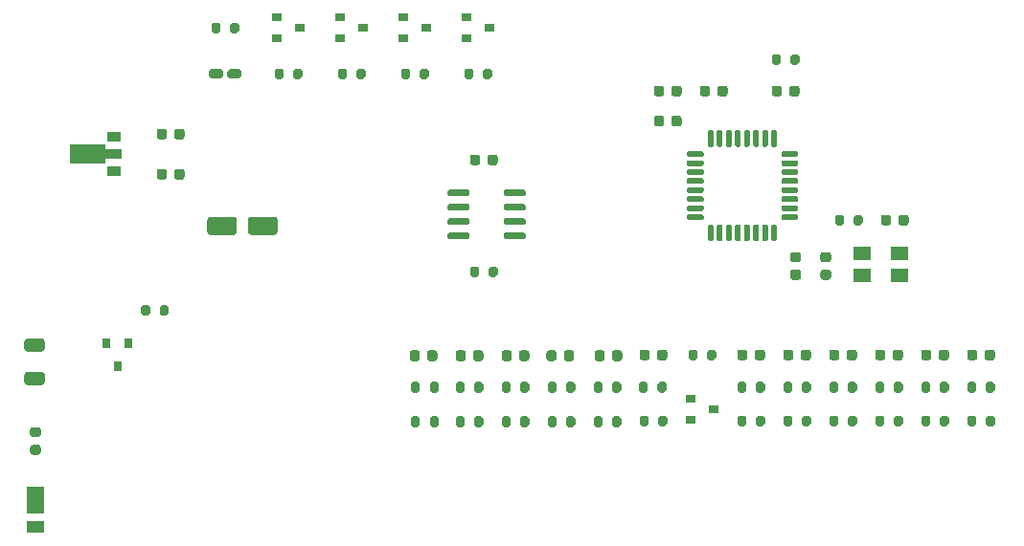
<source format=gbr>
%TF.GenerationSoftware,KiCad,Pcbnew,(5.1.8)-1*%
%TF.CreationDate,2021-02-10T22:47:22+08:00*%
%TF.ProjectId,mpg,6d70672e-6b69-4636-9164-5f7063625858,rev?*%
%TF.SameCoordinates,Original*%
%TF.FileFunction,Paste,Top*%
%TF.FilePolarity,Positive*%
%FSLAX46Y46*%
G04 Gerber Fmt 4.6, Leading zero omitted, Abs format (unit mm)*
G04 Created by KiCad (PCBNEW (5.1.8)-1) date 2021-02-10 22:47:22*
%MOMM*%
%LPD*%
G01*
G04 APERTURE LIST*
%ADD10R,1.600000X1.300000*%
%ADD11R,0.800000X0.900000*%
%ADD12C,0.100000*%
%ADD13R,1.300000X0.900000*%
%ADD14R,0.900000X0.800000*%
%ADD15R,1.500000X1.050000*%
%ADD16R,1.500000X2.400000*%
G04 APERTURE END LIST*
%TO.C,U2*%
G36*
G01*
X158256000Y-78310000D02*
X158256000Y-79560000D01*
G75*
G02*
X158131000Y-79685000I-125000J0D01*
G01*
X157881000Y-79685000D01*
G75*
G02*
X157756000Y-79560000I0J125000D01*
G01*
X157756000Y-78310000D01*
G75*
G02*
X157881000Y-78185000I125000J0D01*
G01*
X158131000Y-78185000D01*
G75*
G02*
X158256000Y-78310000I0J-125000D01*
G01*
G37*
G36*
G01*
X157456000Y-78310000D02*
X157456000Y-79560000D01*
G75*
G02*
X157331000Y-79685000I-125000J0D01*
G01*
X157081000Y-79685000D01*
G75*
G02*
X156956000Y-79560000I0J125000D01*
G01*
X156956000Y-78310000D01*
G75*
G02*
X157081000Y-78185000I125000J0D01*
G01*
X157331000Y-78185000D01*
G75*
G02*
X157456000Y-78310000I0J-125000D01*
G01*
G37*
G36*
G01*
X156656000Y-78310000D02*
X156656000Y-79560000D01*
G75*
G02*
X156531000Y-79685000I-125000J0D01*
G01*
X156281000Y-79685000D01*
G75*
G02*
X156156000Y-79560000I0J125000D01*
G01*
X156156000Y-78310000D01*
G75*
G02*
X156281000Y-78185000I125000J0D01*
G01*
X156531000Y-78185000D01*
G75*
G02*
X156656000Y-78310000I0J-125000D01*
G01*
G37*
G36*
G01*
X155856000Y-78310000D02*
X155856000Y-79560000D01*
G75*
G02*
X155731000Y-79685000I-125000J0D01*
G01*
X155481000Y-79685000D01*
G75*
G02*
X155356000Y-79560000I0J125000D01*
G01*
X155356000Y-78310000D01*
G75*
G02*
X155481000Y-78185000I125000J0D01*
G01*
X155731000Y-78185000D01*
G75*
G02*
X155856000Y-78310000I0J-125000D01*
G01*
G37*
G36*
G01*
X155056000Y-78310000D02*
X155056000Y-79560000D01*
G75*
G02*
X154931000Y-79685000I-125000J0D01*
G01*
X154681000Y-79685000D01*
G75*
G02*
X154556000Y-79560000I0J125000D01*
G01*
X154556000Y-78310000D01*
G75*
G02*
X154681000Y-78185000I125000J0D01*
G01*
X154931000Y-78185000D01*
G75*
G02*
X155056000Y-78310000I0J-125000D01*
G01*
G37*
G36*
G01*
X154256000Y-78310000D02*
X154256000Y-79560000D01*
G75*
G02*
X154131000Y-79685000I-125000J0D01*
G01*
X153881000Y-79685000D01*
G75*
G02*
X153756000Y-79560000I0J125000D01*
G01*
X153756000Y-78310000D01*
G75*
G02*
X153881000Y-78185000I125000J0D01*
G01*
X154131000Y-78185000D01*
G75*
G02*
X154256000Y-78310000I0J-125000D01*
G01*
G37*
G36*
G01*
X153456000Y-78310000D02*
X153456000Y-79560000D01*
G75*
G02*
X153331000Y-79685000I-125000J0D01*
G01*
X153081000Y-79685000D01*
G75*
G02*
X152956000Y-79560000I0J125000D01*
G01*
X152956000Y-78310000D01*
G75*
G02*
X153081000Y-78185000I125000J0D01*
G01*
X153331000Y-78185000D01*
G75*
G02*
X153456000Y-78310000I0J-125000D01*
G01*
G37*
G36*
G01*
X152656000Y-78310000D02*
X152656000Y-79560000D01*
G75*
G02*
X152531000Y-79685000I-125000J0D01*
G01*
X152281000Y-79685000D01*
G75*
G02*
X152156000Y-79560000I0J125000D01*
G01*
X152156000Y-78310000D01*
G75*
G02*
X152281000Y-78185000I125000J0D01*
G01*
X152531000Y-78185000D01*
G75*
G02*
X152656000Y-78310000I0J-125000D01*
G01*
G37*
G36*
G01*
X151781000Y-77435000D02*
X151781000Y-77685000D01*
G75*
G02*
X151656000Y-77810000I-125000J0D01*
G01*
X150406000Y-77810000D01*
G75*
G02*
X150281000Y-77685000I0J125000D01*
G01*
X150281000Y-77435000D01*
G75*
G02*
X150406000Y-77310000I125000J0D01*
G01*
X151656000Y-77310000D01*
G75*
G02*
X151781000Y-77435000I0J-125000D01*
G01*
G37*
G36*
G01*
X151781000Y-76635000D02*
X151781000Y-76885000D01*
G75*
G02*
X151656000Y-77010000I-125000J0D01*
G01*
X150406000Y-77010000D01*
G75*
G02*
X150281000Y-76885000I0J125000D01*
G01*
X150281000Y-76635000D01*
G75*
G02*
X150406000Y-76510000I125000J0D01*
G01*
X151656000Y-76510000D01*
G75*
G02*
X151781000Y-76635000I0J-125000D01*
G01*
G37*
G36*
G01*
X151781000Y-75835000D02*
X151781000Y-76085000D01*
G75*
G02*
X151656000Y-76210000I-125000J0D01*
G01*
X150406000Y-76210000D01*
G75*
G02*
X150281000Y-76085000I0J125000D01*
G01*
X150281000Y-75835000D01*
G75*
G02*
X150406000Y-75710000I125000J0D01*
G01*
X151656000Y-75710000D01*
G75*
G02*
X151781000Y-75835000I0J-125000D01*
G01*
G37*
G36*
G01*
X151781000Y-75035000D02*
X151781000Y-75285000D01*
G75*
G02*
X151656000Y-75410000I-125000J0D01*
G01*
X150406000Y-75410000D01*
G75*
G02*
X150281000Y-75285000I0J125000D01*
G01*
X150281000Y-75035000D01*
G75*
G02*
X150406000Y-74910000I125000J0D01*
G01*
X151656000Y-74910000D01*
G75*
G02*
X151781000Y-75035000I0J-125000D01*
G01*
G37*
G36*
G01*
X151781000Y-74235000D02*
X151781000Y-74485000D01*
G75*
G02*
X151656000Y-74610000I-125000J0D01*
G01*
X150406000Y-74610000D01*
G75*
G02*
X150281000Y-74485000I0J125000D01*
G01*
X150281000Y-74235000D01*
G75*
G02*
X150406000Y-74110000I125000J0D01*
G01*
X151656000Y-74110000D01*
G75*
G02*
X151781000Y-74235000I0J-125000D01*
G01*
G37*
G36*
G01*
X151781000Y-73435000D02*
X151781000Y-73685000D01*
G75*
G02*
X151656000Y-73810000I-125000J0D01*
G01*
X150406000Y-73810000D01*
G75*
G02*
X150281000Y-73685000I0J125000D01*
G01*
X150281000Y-73435000D01*
G75*
G02*
X150406000Y-73310000I125000J0D01*
G01*
X151656000Y-73310000D01*
G75*
G02*
X151781000Y-73435000I0J-125000D01*
G01*
G37*
G36*
G01*
X151781000Y-72635000D02*
X151781000Y-72885000D01*
G75*
G02*
X151656000Y-73010000I-125000J0D01*
G01*
X150406000Y-73010000D01*
G75*
G02*
X150281000Y-72885000I0J125000D01*
G01*
X150281000Y-72635000D01*
G75*
G02*
X150406000Y-72510000I125000J0D01*
G01*
X151656000Y-72510000D01*
G75*
G02*
X151781000Y-72635000I0J-125000D01*
G01*
G37*
G36*
G01*
X151781000Y-71835000D02*
X151781000Y-72085000D01*
G75*
G02*
X151656000Y-72210000I-125000J0D01*
G01*
X150406000Y-72210000D01*
G75*
G02*
X150281000Y-72085000I0J125000D01*
G01*
X150281000Y-71835000D01*
G75*
G02*
X150406000Y-71710000I125000J0D01*
G01*
X151656000Y-71710000D01*
G75*
G02*
X151781000Y-71835000I0J-125000D01*
G01*
G37*
G36*
G01*
X152656000Y-69960000D02*
X152656000Y-71210000D01*
G75*
G02*
X152531000Y-71335000I-125000J0D01*
G01*
X152281000Y-71335000D01*
G75*
G02*
X152156000Y-71210000I0J125000D01*
G01*
X152156000Y-69960000D01*
G75*
G02*
X152281000Y-69835000I125000J0D01*
G01*
X152531000Y-69835000D01*
G75*
G02*
X152656000Y-69960000I0J-125000D01*
G01*
G37*
G36*
G01*
X153456000Y-69960000D02*
X153456000Y-71210000D01*
G75*
G02*
X153331000Y-71335000I-125000J0D01*
G01*
X153081000Y-71335000D01*
G75*
G02*
X152956000Y-71210000I0J125000D01*
G01*
X152956000Y-69960000D01*
G75*
G02*
X153081000Y-69835000I125000J0D01*
G01*
X153331000Y-69835000D01*
G75*
G02*
X153456000Y-69960000I0J-125000D01*
G01*
G37*
G36*
G01*
X154256000Y-69960000D02*
X154256000Y-71210000D01*
G75*
G02*
X154131000Y-71335000I-125000J0D01*
G01*
X153881000Y-71335000D01*
G75*
G02*
X153756000Y-71210000I0J125000D01*
G01*
X153756000Y-69960000D01*
G75*
G02*
X153881000Y-69835000I125000J0D01*
G01*
X154131000Y-69835000D01*
G75*
G02*
X154256000Y-69960000I0J-125000D01*
G01*
G37*
G36*
G01*
X155056000Y-69960000D02*
X155056000Y-71210000D01*
G75*
G02*
X154931000Y-71335000I-125000J0D01*
G01*
X154681000Y-71335000D01*
G75*
G02*
X154556000Y-71210000I0J125000D01*
G01*
X154556000Y-69960000D01*
G75*
G02*
X154681000Y-69835000I125000J0D01*
G01*
X154931000Y-69835000D01*
G75*
G02*
X155056000Y-69960000I0J-125000D01*
G01*
G37*
G36*
G01*
X155856000Y-69960000D02*
X155856000Y-71210000D01*
G75*
G02*
X155731000Y-71335000I-125000J0D01*
G01*
X155481000Y-71335000D01*
G75*
G02*
X155356000Y-71210000I0J125000D01*
G01*
X155356000Y-69960000D01*
G75*
G02*
X155481000Y-69835000I125000J0D01*
G01*
X155731000Y-69835000D01*
G75*
G02*
X155856000Y-69960000I0J-125000D01*
G01*
G37*
G36*
G01*
X156656000Y-69960000D02*
X156656000Y-71210000D01*
G75*
G02*
X156531000Y-71335000I-125000J0D01*
G01*
X156281000Y-71335000D01*
G75*
G02*
X156156000Y-71210000I0J125000D01*
G01*
X156156000Y-69960000D01*
G75*
G02*
X156281000Y-69835000I125000J0D01*
G01*
X156531000Y-69835000D01*
G75*
G02*
X156656000Y-69960000I0J-125000D01*
G01*
G37*
G36*
G01*
X157456000Y-69960000D02*
X157456000Y-71210000D01*
G75*
G02*
X157331000Y-71335000I-125000J0D01*
G01*
X157081000Y-71335000D01*
G75*
G02*
X156956000Y-71210000I0J125000D01*
G01*
X156956000Y-69960000D01*
G75*
G02*
X157081000Y-69835000I125000J0D01*
G01*
X157331000Y-69835000D01*
G75*
G02*
X157456000Y-69960000I0J-125000D01*
G01*
G37*
G36*
G01*
X158256000Y-69960000D02*
X158256000Y-71210000D01*
G75*
G02*
X158131000Y-71335000I-125000J0D01*
G01*
X157881000Y-71335000D01*
G75*
G02*
X157756000Y-71210000I0J125000D01*
G01*
X157756000Y-69960000D01*
G75*
G02*
X157881000Y-69835000I125000J0D01*
G01*
X158131000Y-69835000D01*
G75*
G02*
X158256000Y-69960000I0J-125000D01*
G01*
G37*
G36*
G01*
X160131000Y-71835000D02*
X160131000Y-72085000D01*
G75*
G02*
X160006000Y-72210000I-125000J0D01*
G01*
X158756000Y-72210000D01*
G75*
G02*
X158631000Y-72085000I0J125000D01*
G01*
X158631000Y-71835000D01*
G75*
G02*
X158756000Y-71710000I125000J0D01*
G01*
X160006000Y-71710000D01*
G75*
G02*
X160131000Y-71835000I0J-125000D01*
G01*
G37*
G36*
G01*
X160131000Y-72635000D02*
X160131000Y-72885000D01*
G75*
G02*
X160006000Y-73010000I-125000J0D01*
G01*
X158756000Y-73010000D01*
G75*
G02*
X158631000Y-72885000I0J125000D01*
G01*
X158631000Y-72635000D01*
G75*
G02*
X158756000Y-72510000I125000J0D01*
G01*
X160006000Y-72510000D01*
G75*
G02*
X160131000Y-72635000I0J-125000D01*
G01*
G37*
G36*
G01*
X160131000Y-73435000D02*
X160131000Y-73685000D01*
G75*
G02*
X160006000Y-73810000I-125000J0D01*
G01*
X158756000Y-73810000D01*
G75*
G02*
X158631000Y-73685000I0J125000D01*
G01*
X158631000Y-73435000D01*
G75*
G02*
X158756000Y-73310000I125000J0D01*
G01*
X160006000Y-73310000D01*
G75*
G02*
X160131000Y-73435000I0J-125000D01*
G01*
G37*
G36*
G01*
X160131000Y-74235000D02*
X160131000Y-74485000D01*
G75*
G02*
X160006000Y-74610000I-125000J0D01*
G01*
X158756000Y-74610000D01*
G75*
G02*
X158631000Y-74485000I0J125000D01*
G01*
X158631000Y-74235000D01*
G75*
G02*
X158756000Y-74110000I125000J0D01*
G01*
X160006000Y-74110000D01*
G75*
G02*
X160131000Y-74235000I0J-125000D01*
G01*
G37*
G36*
G01*
X160131000Y-75035000D02*
X160131000Y-75285000D01*
G75*
G02*
X160006000Y-75410000I-125000J0D01*
G01*
X158756000Y-75410000D01*
G75*
G02*
X158631000Y-75285000I0J125000D01*
G01*
X158631000Y-75035000D01*
G75*
G02*
X158756000Y-74910000I125000J0D01*
G01*
X160006000Y-74910000D01*
G75*
G02*
X160131000Y-75035000I0J-125000D01*
G01*
G37*
G36*
G01*
X160131000Y-75835000D02*
X160131000Y-76085000D01*
G75*
G02*
X160006000Y-76210000I-125000J0D01*
G01*
X158756000Y-76210000D01*
G75*
G02*
X158631000Y-76085000I0J125000D01*
G01*
X158631000Y-75835000D01*
G75*
G02*
X158756000Y-75710000I125000J0D01*
G01*
X160006000Y-75710000D01*
G75*
G02*
X160131000Y-75835000I0J-125000D01*
G01*
G37*
G36*
G01*
X160131000Y-76635000D02*
X160131000Y-76885000D01*
G75*
G02*
X160006000Y-77010000I-125000J0D01*
G01*
X158756000Y-77010000D01*
G75*
G02*
X158631000Y-76885000I0J125000D01*
G01*
X158631000Y-76635000D01*
G75*
G02*
X158756000Y-76510000I125000J0D01*
G01*
X160006000Y-76510000D01*
G75*
G02*
X160131000Y-76635000I0J-125000D01*
G01*
G37*
G36*
G01*
X160131000Y-77435000D02*
X160131000Y-77685000D01*
G75*
G02*
X160006000Y-77810000I-125000J0D01*
G01*
X158756000Y-77810000D01*
G75*
G02*
X158631000Y-77685000I0J125000D01*
G01*
X158631000Y-77435000D01*
G75*
G02*
X158756000Y-77310000I125000J0D01*
G01*
X160006000Y-77310000D01*
G75*
G02*
X160131000Y-77435000I0J-125000D01*
G01*
G37*
%TD*%
%TO.C,C10*%
G36*
G01*
X111510000Y-78866000D02*
X111510000Y-77766000D01*
G75*
G02*
X111760000Y-77516000I250000J0D01*
G01*
X113860000Y-77516000D01*
G75*
G02*
X114110000Y-77766000I0J-250000D01*
G01*
X114110000Y-78866000D01*
G75*
G02*
X113860000Y-79116000I-250000J0D01*
G01*
X111760000Y-79116000D01*
G75*
G02*
X111510000Y-78866000I0J250000D01*
G01*
G37*
G36*
G01*
X107910000Y-78866000D02*
X107910000Y-77766000D01*
G75*
G02*
X108160000Y-77516000I250000J0D01*
G01*
X110260000Y-77516000D01*
G75*
G02*
X110510000Y-77766000I0J-250000D01*
G01*
X110510000Y-78866000D01*
G75*
G02*
X110260000Y-79116000I-250000J0D01*
G01*
X108160000Y-79116000D01*
G75*
G02*
X107910000Y-78866000I0J250000D01*
G01*
G37*
%TD*%
%TO.C,C8*%
G36*
G01*
X104985000Y-70438000D02*
X104985000Y-69938000D01*
G75*
G02*
X105210000Y-69713000I225000J0D01*
G01*
X105660000Y-69713000D01*
G75*
G02*
X105885000Y-69938000I0J-225000D01*
G01*
X105885000Y-70438000D01*
G75*
G02*
X105660000Y-70663000I-225000J0D01*
G01*
X105210000Y-70663000D01*
G75*
G02*
X104985000Y-70438000I0J225000D01*
G01*
G37*
G36*
G01*
X103435000Y-70438000D02*
X103435000Y-69938000D01*
G75*
G02*
X103660000Y-69713000I225000J0D01*
G01*
X104110000Y-69713000D01*
G75*
G02*
X104335000Y-69938000I0J-225000D01*
G01*
X104335000Y-70438000D01*
G75*
G02*
X104110000Y-70663000I-225000J0D01*
G01*
X103660000Y-70663000D01*
G75*
G02*
X103435000Y-70438000I0J225000D01*
G01*
G37*
%TD*%
%TO.C,C6*%
G36*
G01*
X93290001Y-89454000D02*
X91989999Y-89454000D01*
G75*
G02*
X91740000Y-89204001I0J249999D01*
G01*
X91740000Y-88553999D01*
G75*
G02*
X91989999Y-88304000I249999J0D01*
G01*
X93290001Y-88304000D01*
G75*
G02*
X93540000Y-88553999I0J-249999D01*
G01*
X93540000Y-89204001D01*
G75*
G02*
X93290001Y-89454000I-249999J0D01*
G01*
G37*
G36*
G01*
X93290001Y-92404000D02*
X91989999Y-92404000D01*
G75*
G02*
X91740000Y-92154001I0J249999D01*
G01*
X91740000Y-91503999D01*
G75*
G02*
X91989999Y-91254000I249999J0D01*
G01*
X93290001Y-91254000D01*
G75*
G02*
X93540000Y-91503999I0J-249999D01*
G01*
X93540000Y-92154001D01*
G75*
G02*
X93290001Y-92404000I-249999J0D01*
G01*
G37*
%TD*%
%TO.C,C5*%
G36*
G01*
X104985000Y-73994000D02*
X104985000Y-73494000D01*
G75*
G02*
X105210000Y-73269000I225000J0D01*
G01*
X105660000Y-73269000D01*
G75*
G02*
X105885000Y-73494000I0J-225000D01*
G01*
X105885000Y-73994000D01*
G75*
G02*
X105660000Y-74219000I-225000J0D01*
G01*
X105210000Y-74219000D01*
G75*
G02*
X104985000Y-73994000I0J225000D01*
G01*
G37*
G36*
G01*
X103435000Y-73994000D02*
X103435000Y-73494000D01*
G75*
G02*
X103660000Y-73269000I225000J0D01*
G01*
X104110000Y-73269000D01*
G75*
G02*
X104335000Y-73494000I0J-225000D01*
G01*
X104335000Y-73994000D01*
G75*
G02*
X104110000Y-74219000I-225000J0D01*
G01*
X103660000Y-74219000D01*
G75*
G02*
X103435000Y-73994000I0J225000D01*
G01*
G37*
%TD*%
D10*
%TO.C,Y1*%
X165748000Y-80737200D03*
X169048000Y-80737200D03*
X169048000Y-82737200D03*
X165748000Y-82737200D03*
%TD*%
D11*
%TO.C,U4*%
X99961000Y-90746000D03*
X99011000Y-88746000D03*
X100911000Y-88746000D03*
%TD*%
%TO.C,R34*%
G36*
G01*
X131413000Y-64579000D02*
X131413000Y-65129000D01*
G75*
G02*
X131213000Y-65329000I-200000J0D01*
G01*
X130813000Y-65329000D01*
G75*
G02*
X130613000Y-65129000I0J200000D01*
G01*
X130613000Y-64579000D01*
G75*
G02*
X130813000Y-64379000I200000J0D01*
G01*
X131213000Y-64379000D01*
G75*
G02*
X131413000Y-64579000I0J-200000D01*
G01*
G37*
G36*
G01*
X133063000Y-64579000D02*
X133063000Y-65129000D01*
G75*
G02*
X132863000Y-65329000I-200000J0D01*
G01*
X132463000Y-65329000D01*
G75*
G02*
X132263000Y-65129000I0J200000D01*
G01*
X132263000Y-64579000D01*
G75*
G02*
X132463000Y-64379000I200000J0D01*
G01*
X132863000Y-64379000D01*
G75*
G02*
X133063000Y-64579000I0J-200000D01*
G01*
G37*
%TD*%
%TO.C,R33*%
G36*
G01*
X165029000Y-78083000D02*
X165029000Y-77533000D01*
G75*
G02*
X165229000Y-77333000I200000J0D01*
G01*
X165629000Y-77333000D01*
G75*
G02*
X165829000Y-77533000I0J-200000D01*
G01*
X165829000Y-78083000D01*
G75*
G02*
X165629000Y-78283000I-200000J0D01*
G01*
X165229000Y-78283000D01*
G75*
G02*
X165029000Y-78083000I0J200000D01*
G01*
G37*
G36*
G01*
X163379000Y-78083000D02*
X163379000Y-77533000D01*
G75*
G02*
X163579000Y-77333000I200000J0D01*
G01*
X163979000Y-77333000D01*
G75*
G02*
X164179000Y-77533000I0J-200000D01*
G01*
X164179000Y-78083000D01*
G75*
G02*
X163979000Y-78283000I-200000J0D01*
G01*
X163579000Y-78283000D01*
G75*
G02*
X163379000Y-78083000I0J200000D01*
G01*
G37*
%TD*%
%TO.C,R32*%
G36*
G01*
X176720020Y-92878200D02*
X176720020Y-92328200D01*
G75*
G02*
X176920020Y-92128200I200000J0D01*
G01*
X177320020Y-92128200D01*
G75*
G02*
X177520020Y-92328200I0J-200000D01*
G01*
X177520020Y-92878200D01*
G75*
G02*
X177320020Y-93078200I-200000J0D01*
G01*
X176920020Y-93078200D01*
G75*
G02*
X176720020Y-92878200I0J200000D01*
G01*
G37*
G36*
G01*
X175070020Y-92878200D02*
X175070020Y-92328200D01*
G75*
G02*
X175270020Y-92128200I200000J0D01*
G01*
X175670020Y-92128200D01*
G75*
G02*
X175870020Y-92328200I0J-200000D01*
G01*
X175870020Y-92878200D01*
G75*
G02*
X175670020Y-93078200I-200000J0D01*
G01*
X175270020Y-93078200D01*
G75*
G02*
X175070020Y-92878200I0J200000D01*
G01*
G37*
%TD*%
%TO.C,R31*%
G36*
G01*
X175870020Y-95313000D02*
X175870020Y-95863000D01*
G75*
G02*
X175670020Y-96063000I-200000J0D01*
G01*
X175270020Y-96063000D01*
G75*
G02*
X175070020Y-95863000I0J200000D01*
G01*
X175070020Y-95313000D01*
G75*
G02*
X175270020Y-95113000I200000J0D01*
G01*
X175670020Y-95113000D01*
G75*
G02*
X175870020Y-95313000I0J-200000D01*
G01*
G37*
G36*
G01*
X177520020Y-95313000D02*
X177520020Y-95863000D01*
G75*
G02*
X177320020Y-96063000I-200000J0D01*
G01*
X176920020Y-96063000D01*
G75*
G02*
X176720020Y-95863000I0J200000D01*
G01*
X176720020Y-95313000D01*
G75*
G02*
X176920020Y-95113000I200000J0D01*
G01*
X177320020Y-95113000D01*
G75*
G02*
X177520020Y-95313000I0J-200000D01*
G01*
G37*
%TD*%
%TO.C,R30*%
G36*
G01*
X171799000Y-92328200D02*
X171799000Y-92878200D01*
G75*
G02*
X171599000Y-93078200I-200000J0D01*
G01*
X171199000Y-93078200D01*
G75*
G02*
X170999000Y-92878200I0J200000D01*
G01*
X170999000Y-92328200D01*
G75*
G02*
X171199000Y-92128200I200000J0D01*
G01*
X171599000Y-92128200D01*
G75*
G02*
X171799000Y-92328200I0J-200000D01*
G01*
G37*
G36*
G01*
X173449000Y-92328200D02*
X173449000Y-92878200D01*
G75*
G02*
X173249000Y-93078200I-200000J0D01*
G01*
X172849000Y-93078200D01*
G75*
G02*
X172649000Y-92878200I0J200000D01*
G01*
X172649000Y-92328200D01*
G75*
G02*
X172849000Y-92128200I200000J0D01*
G01*
X173249000Y-92128200D01*
G75*
G02*
X173449000Y-92328200I0J-200000D01*
G01*
G37*
%TD*%
%TO.C,R29*%
G36*
G01*
X172649000Y-95863000D02*
X172649000Y-95313000D01*
G75*
G02*
X172849000Y-95113000I200000J0D01*
G01*
X173249000Y-95113000D01*
G75*
G02*
X173449000Y-95313000I0J-200000D01*
G01*
X173449000Y-95863000D01*
G75*
G02*
X173249000Y-96063000I-200000J0D01*
G01*
X172849000Y-96063000D01*
G75*
G02*
X172649000Y-95863000I0J200000D01*
G01*
G37*
G36*
G01*
X170999000Y-95863000D02*
X170999000Y-95313000D01*
G75*
G02*
X171199000Y-95113000I200000J0D01*
G01*
X171599000Y-95113000D01*
G75*
G02*
X171799000Y-95313000I0J-200000D01*
G01*
X171799000Y-95863000D01*
G75*
G02*
X171599000Y-96063000I-200000J0D01*
G01*
X171199000Y-96063000D01*
G75*
G02*
X170999000Y-95863000I0J200000D01*
G01*
G37*
%TD*%
%TO.C,R28*%
G36*
G01*
X168585000Y-92878200D02*
X168585000Y-92328200D01*
G75*
G02*
X168785000Y-92128200I200000J0D01*
G01*
X169185000Y-92128200D01*
G75*
G02*
X169385000Y-92328200I0J-200000D01*
G01*
X169385000Y-92878200D01*
G75*
G02*
X169185000Y-93078200I-200000J0D01*
G01*
X168785000Y-93078200D01*
G75*
G02*
X168585000Y-92878200I0J200000D01*
G01*
G37*
G36*
G01*
X166935000Y-92878200D02*
X166935000Y-92328200D01*
G75*
G02*
X167135000Y-92128200I200000J0D01*
G01*
X167535000Y-92128200D01*
G75*
G02*
X167735000Y-92328200I0J-200000D01*
G01*
X167735000Y-92878200D01*
G75*
G02*
X167535000Y-93078200I-200000J0D01*
G01*
X167135000Y-93078200D01*
G75*
G02*
X166935000Y-92878200I0J200000D01*
G01*
G37*
%TD*%
%TO.C,R27*%
G36*
G01*
X167735000Y-95313000D02*
X167735000Y-95863000D01*
G75*
G02*
X167535000Y-96063000I-200000J0D01*
G01*
X167135000Y-96063000D01*
G75*
G02*
X166935000Y-95863000I0J200000D01*
G01*
X166935000Y-95313000D01*
G75*
G02*
X167135000Y-95113000I200000J0D01*
G01*
X167535000Y-95113000D01*
G75*
G02*
X167735000Y-95313000I0J-200000D01*
G01*
G37*
G36*
G01*
X169385000Y-95313000D02*
X169385000Y-95863000D01*
G75*
G02*
X169185000Y-96063000I-200000J0D01*
G01*
X168785000Y-96063000D01*
G75*
G02*
X168585000Y-95863000I0J200000D01*
G01*
X168585000Y-95313000D01*
G75*
G02*
X168785000Y-95113000I200000J0D01*
G01*
X169185000Y-95113000D01*
G75*
G02*
X169385000Y-95313000I0J-200000D01*
G01*
G37*
%TD*%
%TO.C,R26*%
G36*
G01*
X163671000Y-92328200D02*
X163671000Y-92878200D01*
G75*
G02*
X163471000Y-93078200I-200000J0D01*
G01*
X163071000Y-93078200D01*
G75*
G02*
X162871000Y-92878200I0J200000D01*
G01*
X162871000Y-92328200D01*
G75*
G02*
X163071000Y-92128200I200000J0D01*
G01*
X163471000Y-92128200D01*
G75*
G02*
X163671000Y-92328200I0J-200000D01*
G01*
G37*
G36*
G01*
X165321000Y-92328200D02*
X165321000Y-92878200D01*
G75*
G02*
X165121000Y-93078200I-200000J0D01*
G01*
X164721000Y-93078200D01*
G75*
G02*
X164521000Y-92878200I0J200000D01*
G01*
X164521000Y-92328200D01*
G75*
G02*
X164721000Y-92128200I200000J0D01*
G01*
X165121000Y-92128200D01*
G75*
G02*
X165321000Y-92328200I0J-200000D01*
G01*
G37*
%TD*%
%TO.C,R25*%
G36*
G01*
X164521000Y-95863000D02*
X164521000Y-95313000D01*
G75*
G02*
X164721000Y-95113000I200000J0D01*
G01*
X165121000Y-95113000D01*
G75*
G02*
X165321000Y-95313000I0J-200000D01*
G01*
X165321000Y-95863000D01*
G75*
G02*
X165121000Y-96063000I-200000J0D01*
G01*
X164721000Y-96063000D01*
G75*
G02*
X164521000Y-95863000I0J200000D01*
G01*
G37*
G36*
G01*
X162871000Y-95863000D02*
X162871000Y-95313000D01*
G75*
G02*
X163071000Y-95113000I200000J0D01*
G01*
X163471000Y-95113000D01*
G75*
G02*
X163671000Y-95313000I0J-200000D01*
G01*
X163671000Y-95863000D01*
G75*
G02*
X163471000Y-96063000I-200000J0D01*
G01*
X163071000Y-96063000D01*
G75*
G02*
X162871000Y-95863000I0J200000D01*
G01*
G37*
%TD*%
%TO.C,R24*%
G36*
G01*
X160457000Y-92878200D02*
X160457000Y-92328200D01*
G75*
G02*
X160657000Y-92128200I200000J0D01*
G01*
X161057000Y-92128200D01*
G75*
G02*
X161257000Y-92328200I0J-200000D01*
G01*
X161257000Y-92878200D01*
G75*
G02*
X161057000Y-93078200I-200000J0D01*
G01*
X160657000Y-93078200D01*
G75*
G02*
X160457000Y-92878200I0J200000D01*
G01*
G37*
G36*
G01*
X158807000Y-92878200D02*
X158807000Y-92328200D01*
G75*
G02*
X159007000Y-92128200I200000J0D01*
G01*
X159407000Y-92128200D01*
G75*
G02*
X159607000Y-92328200I0J-200000D01*
G01*
X159607000Y-92878200D01*
G75*
G02*
X159407000Y-93078200I-200000J0D01*
G01*
X159007000Y-93078200D01*
G75*
G02*
X158807000Y-92878200I0J200000D01*
G01*
G37*
%TD*%
%TO.C,R23*%
G36*
G01*
X159607000Y-95313000D02*
X159607000Y-95863000D01*
G75*
G02*
X159407000Y-96063000I-200000J0D01*
G01*
X159007000Y-96063000D01*
G75*
G02*
X158807000Y-95863000I0J200000D01*
G01*
X158807000Y-95313000D01*
G75*
G02*
X159007000Y-95113000I200000J0D01*
G01*
X159407000Y-95113000D01*
G75*
G02*
X159607000Y-95313000I0J-200000D01*
G01*
G37*
G36*
G01*
X161257000Y-95313000D02*
X161257000Y-95863000D01*
G75*
G02*
X161057000Y-96063000I-200000J0D01*
G01*
X160657000Y-96063000D01*
G75*
G02*
X160457000Y-95863000I0J200000D01*
G01*
X160457000Y-95313000D01*
G75*
G02*
X160657000Y-95113000I200000J0D01*
G01*
X161057000Y-95113000D01*
G75*
G02*
X161257000Y-95313000I0J-200000D01*
G01*
G37*
%TD*%
%TO.C,C24*%
G36*
G01*
X168993000Y-78058000D02*
X168993000Y-77558000D01*
G75*
G02*
X169218000Y-77333000I225000J0D01*
G01*
X169668000Y-77333000D01*
G75*
G02*
X169893000Y-77558000I0J-225000D01*
G01*
X169893000Y-78058000D01*
G75*
G02*
X169668000Y-78283000I-225000J0D01*
G01*
X169218000Y-78283000D01*
G75*
G02*
X168993000Y-78058000I0J225000D01*
G01*
G37*
G36*
G01*
X167443000Y-78058000D02*
X167443000Y-77558000D01*
G75*
G02*
X167668000Y-77333000I225000J0D01*
G01*
X168118000Y-77333000D01*
G75*
G02*
X168343000Y-77558000I0J-225000D01*
G01*
X168343000Y-78058000D01*
G75*
G02*
X168118000Y-78283000I-225000J0D01*
G01*
X167668000Y-78283000D01*
G75*
G02*
X167443000Y-78058000I0J225000D01*
G01*
G37*
%TD*%
%TO.C,C23*%
G36*
G01*
X162322000Y-82197000D02*
X162822000Y-82197000D01*
G75*
G02*
X163047000Y-82422000I0J-225000D01*
G01*
X163047000Y-82872000D01*
G75*
G02*
X162822000Y-83097000I-225000J0D01*
G01*
X162322000Y-83097000D01*
G75*
G02*
X162097000Y-82872000I0J225000D01*
G01*
X162097000Y-82422000D01*
G75*
G02*
X162322000Y-82197000I225000J0D01*
G01*
G37*
G36*
G01*
X162322000Y-80647000D02*
X162822000Y-80647000D01*
G75*
G02*
X163047000Y-80872000I0J-225000D01*
G01*
X163047000Y-81322000D01*
G75*
G02*
X162822000Y-81547000I-225000J0D01*
G01*
X162322000Y-81547000D01*
G75*
G02*
X162097000Y-81322000I0J225000D01*
G01*
X162097000Y-80872000D01*
G75*
G02*
X162322000Y-80647000I225000J0D01*
G01*
G37*
%TD*%
%TO.C,C22*%
G36*
G01*
X175963000Y-89496000D02*
X175963000Y-89996000D01*
G75*
G02*
X175738000Y-90221000I-225000J0D01*
G01*
X175288000Y-90221000D01*
G75*
G02*
X175063000Y-89996000I0J225000D01*
G01*
X175063000Y-89496000D01*
G75*
G02*
X175288000Y-89271000I225000J0D01*
G01*
X175738000Y-89271000D01*
G75*
G02*
X175963000Y-89496000I0J-225000D01*
G01*
G37*
G36*
G01*
X177513000Y-89496000D02*
X177513000Y-89996000D01*
G75*
G02*
X177288000Y-90221000I-225000J0D01*
G01*
X176838000Y-90221000D01*
G75*
G02*
X176613000Y-89996000I0J225000D01*
G01*
X176613000Y-89496000D01*
G75*
G02*
X176838000Y-89271000I225000J0D01*
G01*
X177288000Y-89271000D01*
G75*
G02*
X177513000Y-89496000I0J-225000D01*
G01*
G37*
%TD*%
%TO.C,C21*%
G36*
G01*
X172549000Y-89996000D02*
X172549000Y-89496000D01*
G75*
G02*
X172774000Y-89271000I225000J0D01*
G01*
X173224000Y-89271000D01*
G75*
G02*
X173449000Y-89496000I0J-225000D01*
G01*
X173449000Y-89996000D01*
G75*
G02*
X173224000Y-90221000I-225000J0D01*
G01*
X172774000Y-90221000D01*
G75*
G02*
X172549000Y-89996000I0J225000D01*
G01*
G37*
G36*
G01*
X170999000Y-89996000D02*
X170999000Y-89496000D01*
G75*
G02*
X171224000Y-89271000I225000J0D01*
G01*
X171674000Y-89271000D01*
G75*
G02*
X171899000Y-89496000I0J-225000D01*
G01*
X171899000Y-89996000D01*
G75*
G02*
X171674000Y-90221000I-225000J0D01*
G01*
X171224000Y-90221000D01*
G75*
G02*
X170999000Y-89996000I0J225000D01*
G01*
G37*
%TD*%
%TO.C,C20*%
G36*
G01*
X167835000Y-89496000D02*
X167835000Y-89996000D01*
G75*
G02*
X167610000Y-90221000I-225000J0D01*
G01*
X167160000Y-90221000D01*
G75*
G02*
X166935000Y-89996000I0J225000D01*
G01*
X166935000Y-89496000D01*
G75*
G02*
X167160000Y-89271000I225000J0D01*
G01*
X167610000Y-89271000D01*
G75*
G02*
X167835000Y-89496000I0J-225000D01*
G01*
G37*
G36*
G01*
X169385000Y-89496000D02*
X169385000Y-89996000D01*
G75*
G02*
X169160000Y-90221000I-225000J0D01*
G01*
X168710000Y-90221000D01*
G75*
G02*
X168485000Y-89996000I0J225000D01*
G01*
X168485000Y-89496000D01*
G75*
G02*
X168710000Y-89271000I225000J0D01*
G01*
X169160000Y-89271000D01*
G75*
G02*
X169385000Y-89496000I0J-225000D01*
G01*
G37*
%TD*%
%TO.C,C19*%
G36*
G01*
X164421000Y-89996000D02*
X164421000Y-89496000D01*
G75*
G02*
X164646000Y-89271000I225000J0D01*
G01*
X165096000Y-89271000D01*
G75*
G02*
X165321000Y-89496000I0J-225000D01*
G01*
X165321000Y-89996000D01*
G75*
G02*
X165096000Y-90221000I-225000J0D01*
G01*
X164646000Y-90221000D01*
G75*
G02*
X164421000Y-89996000I0J225000D01*
G01*
G37*
G36*
G01*
X162871000Y-89996000D02*
X162871000Y-89496000D01*
G75*
G02*
X163096000Y-89271000I225000J0D01*
G01*
X163546000Y-89271000D01*
G75*
G02*
X163771000Y-89496000I0J-225000D01*
G01*
X163771000Y-89996000D01*
G75*
G02*
X163546000Y-90221000I-225000J0D01*
G01*
X163096000Y-90221000D01*
G75*
G02*
X162871000Y-89996000I0J225000D01*
G01*
G37*
%TD*%
%TO.C,C18*%
G36*
G01*
X159707000Y-89496000D02*
X159707000Y-89996000D01*
G75*
G02*
X159482000Y-90221000I-225000J0D01*
G01*
X159032000Y-90221000D01*
G75*
G02*
X158807000Y-89996000I0J225000D01*
G01*
X158807000Y-89496000D01*
G75*
G02*
X159032000Y-89271000I225000J0D01*
G01*
X159482000Y-89271000D01*
G75*
G02*
X159707000Y-89496000I0J-225000D01*
G01*
G37*
G36*
G01*
X161257000Y-89496000D02*
X161257000Y-89996000D01*
G75*
G02*
X161032000Y-90221000I-225000J0D01*
G01*
X160582000Y-90221000D01*
G75*
G02*
X160357000Y-89996000I0J225000D01*
G01*
X160357000Y-89496000D01*
G75*
G02*
X160582000Y-89271000I225000J0D01*
G01*
X161032000Y-89271000D01*
G75*
G02*
X161257000Y-89496000I0J-225000D01*
G01*
G37*
%TD*%
%TO.C,C17*%
G36*
G01*
X156293000Y-89996000D02*
X156293000Y-89496000D01*
G75*
G02*
X156518000Y-89271000I225000J0D01*
G01*
X156968000Y-89271000D01*
G75*
G02*
X157193000Y-89496000I0J-225000D01*
G01*
X157193000Y-89996000D01*
G75*
G02*
X156968000Y-90221000I-225000J0D01*
G01*
X156518000Y-90221000D01*
G75*
G02*
X156293000Y-89996000I0J225000D01*
G01*
G37*
G36*
G01*
X154743000Y-89996000D02*
X154743000Y-89496000D01*
G75*
G02*
X154968000Y-89271000I225000J0D01*
G01*
X155418000Y-89271000D01*
G75*
G02*
X155643000Y-89496000I0J-225000D01*
G01*
X155643000Y-89996000D01*
G75*
G02*
X155418000Y-90221000I-225000J0D01*
G01*
X154968000Y-90221000D01*
G75*
G02*
X154743000Y-89996000I0J225000D01*
G01*
G37*
%TD*%
%TO.C,C16*%
G36*
G01*
X127337000Y-90059200D02*
X127337000Y-89559200D01*
G75*
G02*
X127562000Y-89334200I225000J0D01*
G01*
X128012000Y-89334200D01*
G75*
G02*
X128237000Y-89559200I0J-225000D01*
G01*
X128237000Y-90059200D01*
G75*
G02*
X128012000Y-90284200I-225000J0D01*
G01*
X127562000Y-90284200D01*
G75*
G02*
X127337000Y-90059200I0J225000D01*
G01*
G37*
G36*
G01*
X125787000Y-90059200D02*
X125787000Y-89559200D01*
G75*
G02*
X126012000Y-89334200I225000J0D01*
G01*
X126462000Y-89334200D01*
G75*
G02*
X126687000Y-89559200I0J-225000D01*
G01*
X126687000Y-90059200D01*
G75*
G02*
X126462000Y-90284200I-225000J0D01*
G01*
X126012000Y-90284200D01*
G75*
G02*
X125787000Y-90059200I0J225000D01*
G01*
G37*
%TD*%
%TO.C,C15*%
G36*
G01*
X135465000Y-90059200D02*
X135465000Y-89559200D01*
G75*
G02*
X135690000Y-89334200I225000J0D01*
G01*
X136140000Y-89334200D01*
G75*
G02*
X136365000Y-89559200I0J-225000D01*
G01*
X136365000Y-90059200D01*
G75*
G02*
X136140000Y-90284200I-225000J0D01*
G01*
X135690000Y-90284200D01*
G75*
G02*
X135465000Y-90059200I0J225000D01*
G01*
G37*
G36*
G01*
X133915000Y-90059200D02*
X133915000Y-89559200D01*
G75*
G02*
X134140000Y-89334200I225000J0D01*
G01*
X134590000Y-89334200D01*
G75*
G02*
X134815000Y-89559200I0J-225000D01*
G01*
X134815000Y-90059200D01*
G75*
G02*
X134590000Y-90284200I-225000J0D01*
G01*
X134140000Y-90284200D01*
G75*
G02*
X133915000Y-90059200I0J225000D01*
G01*
G37*
%TD*%
%TO.C,C14*%
G36*
G01*
X130751000Y-89559200D02*
X130751000Y-90059200D01*
G75*
G02*
X130526000Y-90284200I-225000J0D01*
G01*
X130076000Y-90284200D01*
G75*
G02*
X129851000Y-90059200I0J225000D01*
G01*
X129851000Y-89559200D01*
G75*
G02*
X130076000Y-89334200I225000J0D01*
G01*
X130526000Y-89334200D01*
G75*
G02*
X130751000Y-89559200I0J-225000D01*
G01*
G37*
G36*
G01*
X132301000Y-89559200D02*
X132301000Y-90059200D01*
G75*
G02*
X132076000Y-90284200I-225000J0D01*
G01*
X131626000Y-90284200D01*
G75*
G02*
X131401000Y-90059200I0J225000D01*
G01*
X131401000Y-89559200D01*
G75*
G02*
X131626000Y-89334200I225000J0D01*
G01*
X132076000Y-89334200D01*
G75*
G02*
X132301000Y-89559200I0J-225000D01*
G01*
G37*
%TD*%
%TO.C,U3*%
G36*
G01*
X131100000Y-79055000D02*
X131100000Y-79355000D01*
G75*
G02*
X130950000Y-79505000I-150000J0D01*
G01*
X129300000Y-79505000D01*
G75*
G02*
X129150000Y-79355000I0J150000D01*
G01*
X129150000Y-79055000D01*
G75*
G02*
X129300000Y-78905000I150000J0D01*
G01*
X130950000Y-78905000D01*
G75*
G02*
X131100000Y-79055000I0J-150000D01*
G01*
G37*
G36*
G01*
X131100000Y-77785000D02*
X131100000Y-78085000D01*
G75*
G02*
X130950000Y-78235000I-150000J0D01*
G01*
X129300000Y-78235000D01*
G75*
G02*
X129150000Y-78085000I0J150000D01*
G01*
X129150000Y-77785000D01*
G75*
G02*
X129300000Y-77635000I150000J0D01*
G01*
X130950000Y-77635000D01*
G75*
G02*
X131100000Y-77785000I0J-150000D01*
G01*
G37*
G36*
G01*
X131100000Y-76515000D02*
X131100000Y-76815000D01*
G75*
G02*
X130950000Y-76965000I-150000J0D01*
G01*
X129300000Y-76965000D01*
G75*
G02*
X129150000Y-76815000I0J150000D01*
G01*
X129150000Y-76515000D01*
G75*
G02*
X129300000Y-76365000I150000J0D01*
G01*
X130950000Y-76365000D01*
G75*
G02*
X131100000Y-76515000I0J-150000D01*
G01*
G37*
G36*
G01*
X131100000Y-75245000D02*
X131100000Y-75545000D01*
G75*
G02*
X130950000Y-75695000I-150000J0D01*
G01*
X129300000Y-75695000D01*
G75*
G02*
X129150000Y-75545000I0J150000D01*
G01*
X129150000Y-75245000D01*
G75*
G02*
X129300000Y-75095000I150000J0D01*
G01*
X130950000Y-75095000D01*
G75*
G02*
X131100000Y-75245000I0J-150000D01*
G01*
G37*
G36*
G01*
X136050000Y-75245000D02*
X136050000Y-75545000D01*
G75*
G02*
X135900000Y-75695000I-150000J0D01*
G01*
X134250000Y-75695000D01*
G75*
G02*
X134100000Y-75545000I0J150000D01*
G01*
X134100000Y-75245000D01*
G75*
G02*
X134250000Y-75095000I150000J0D01*
G01*
X135900000Y-75095000D01*
G75*
G02*
X136050000Y-75245000I0J-150000D01*
G01*
G37*
G36*
G01*
X136050000Y-76515000D02*
X136050000Y-76815000D01*
G75*
G02*
X135900000Y-76965000I-150000J0D01*
G01*
X134250000Y-76965000D01*
G75*
G02*
X134100000Y-76815000I0J150000D01*
G01*
X134100000Y-76515000D01*
G75*
G02*
X134250000Y-76365000I150000J0D01*
G01*
X135900000Y-76365000D01*
G75*
G02*
X136050000Y-76515000I0J-150000D01*
G01*
G37*
G36*
G01*
X136050000Y-77785000D02*
X136050000Y-78085000D01*
G75*
G02*
X135900000Y-78235000I-150000J0D01*
G01*
X134250000Y-78235000D01*
G75*
G02*
X134100000Y-78085000I0J150000D01*
G01*
X134100000Y-77785000D01*
G75*
G02*
X134250000Y-77635000I150000J0D01*
G01*
X135900000Y-77635000D01*
G75*
G02*
X136050000Y-77785000I0J-150000D01*
G01*
G37*
G36*
G01*
X136050000Y-79055000D02*
X136050000Y-79355000D01*
G75*
G02*
X135900000Y-79505000I-150000J0D01*
G01*
X134250000Y-79505000D01*
G75*
G02*
X134100000Y-79355000I0J150000D01*
G01*
X134100000Y-79055000D01*
G75*
G02*
X134250000Y-78905000I150000J0D01*
G01*
X135900000Y-78905000D01*
G75*
G02*
X136050000Y-79055000I0J-150000D01*
G01*
G37*
%TD*%
D12*
%TO.C,U1*%
G36*
X95740000Y-71099500D02*
G01*
X98865000Y-71099500D01*
X98865000Y-71516000D01*
X100340000Y-71516000D01*
X100340000Y-72416000D01*
X98865000Y-72416000D01*
X98865000Y-72832500D01*
X95740000Y-72832500D01*
X95740000Y-71099500D01*
G37*
D13*
X99690000Y-70466000D03*
X99690000Y-73466000D03*
%TD*%
%TO.C,R22*%
G36*
G01*
X155543000Y-92328200D02*
X155543000Y-92878200D01*
G75*
G02*
X155343000Y-93078200I-200000J0D01*
G01*
X154943000Y-93078200D01*
G75*
G02*
X154743000Y-92878200I0J200000D01*
G01*
X154743000Y-92328200D01*
G75*
G02*
X154943000Y-92128200I200000J0D01*
G01*
X155343000Y-92128200D01*
G75*
G02*
X155543000Y-92328200I0J-200000D01*
G01*
G37*
G36*
G01*
X157193000Y-92328200D02*
X157193000Y-92878200D01*
G75*
G02*
X156993000Y-93078200I-200000J0D01*
G01*
X156593000Y-93078200D01*
G75*
G02*
X156393000Y-92878200I0J200000D01*
G01*
X156393000Y-92328200D01*
G75*
G02*
X156593000Y-92128200I200000J0D01*
G01*
X156993000Y-92128200D01*
G75*
G02*
X157193000Y-92328200I0J-200000D01*
G01*
G37*
%TD*%
%TO.C,R21*%
G36*
G01*
X156393000Y-95863000D02*
X156393000Y-95313000D01*
G75*
G02*
X156593000Y-95113000I200000J0D01*
G01*
X156993000Y-95113000D01*
G75*
G02*
X157193000Y-95313000I0J-200000D01*
G01*
X157193000Y-95863000D01*
G75*
G02*
X156993000Y-96063000I-200000J0D01*
G01*
X156593000Y-96063000D01*
G75*
G02*
X156393000Y-95863000I0J200000D01*
G01*
G37*
G36*
G01*
X154743000Y-95863000D02*
X154743000Y-95313000D01*
G75*
G02*
X154943000Y-95113000I200000J0D01*
G01*
X155343000Y-95113000D01*
G75*
G02*
X155543000Y-95313000I0J-200000D01*
G01*
X155543000Y-95863000D01*
G75*
G02*
X155343000Y-96063000I-200000J0D01*
G01*
X154943000Y-96063000D01*
G75*
G02*
X154743000Y-95863000I0J200000D01*
G01*
G37*
%TD*%
%TO.C,R20*%
G36*
G01*
X126708020Y-92328200D02*
X126708020Y-92878200D01*
G75*
G02*
X126508020Y-93078200I-200000J0D01*
G01*
X126108020Y-93078200D01*
G75*
G02*
X125908020Y-92878200I0J200000D01*
G01*
X125908020Y-92328200D01*
G75*
G02*
X126108020Y-92128200I200000J0D01*
G01*
X126508020Y-92128200D01*
G75*
G02*
X126708020Y-92328200I0J-200000D01*
G01*
G37*
G36*
G01*
X128358020Y-92328200D02*
X128358020Y-92878200D01*
G75*
G02*
X128158020Y-93078200I-200000J0D01*
G01*
X127758020Y-93078200D01*
G75*
G02*
X127558020Y-92878200I0J200000D01*
G01*
X127558020Y-92328200D01*
G75*
G02*
X127758020Y-92128200I200000J0D01*
G01*
X128158020Y-92128200D01*
G75*
G02*
X128358020Y-92328200I0J-200000D01*
G01*
G37*
%TD*%
%TO.C,R19*%
G36*
G01*
X127558020Y-95926200D02*
X127558020Y-95376200D01*
G75*
G02*
X127758020Y-95176200I200000J0D01*
G01*
X128158020Y-95176200D01*
G75*
G02*
X128358020Y-95376200I0J-200000D01*
G01*
X128358020Y-95926200D01*
G75*
G02*
X128158020Y-96126200I-200000J0D01*
G01*
X127758020Y-96126200D01*
G75*
G02*
X127558020Y-95926200I0J200000D01*
G01*
G37*
G36*
G01*
X125908020Y-95926200D02*
X125908020Y-95376200D01*
G75*
G02*
X126108020Y-95176200I200000J0D01*
G01*
X126508020Y-95176200D01*
G75*
G02*
X126708020Y-95376200I0J-200000D01*
G01*
X126708020Y-95926200D01*
G75*
G02*
X126508020Y-96126200I-200000J0D01*
G01*
X126108020Y-96126200D01*
G75*
G02*
X125908020Y-95926200I0J200000D01*
G01*
G37*
%TD*%
%TO.C,R18*%
G36*
G01*
X134715000Y-92328200D02*
X134715000Y-92878200D01*
G75*
G02*
X134515000Y-93078200I-200000J0D01*
G01*
X134115000Y-93078200D01*
G75*
G02*
X133915000Y-92878200I0J200000D01*
G01*
X133915000Y-92328200D01*
G75*
G02*
X134115000Y-92128200I200000J0D01*
G01*
X134515000Y-92128200D01*
G75*
G02*
X134715000Y-92328200I0J-200000D01*
G01*
G37*
G36*
G01*
X136365000Y-92328200D02*
X136365000Y-92878200D01*
G75*
G02*
X136165000Y-93078200I-200000J0D01*
G01*
X135765000Y-93078200D01*
G75*
G02*
X135565000Y-92878200I0J200000D01*
G01*
X135565000Y-92328200D01*
G75*
G02*
X135765000Y-92128200I200000J0D01*
G01*
X136165000Y-92128200D01*
G75*
G02*
X136365000Y-92328200I0J-200000D01*
G01*
G37*
%TD*%
%TO.C,R17*%
G36*
G01*
X135565000Y-95926200D02*
X135565000Y-95376200D01*
G75*
G02*
X135765000Y-95176200I200000J0D01*
G01*
X136165000Y-95176200D01*
G75*
G02*
X136365000Y-95376200I0J-200000D01*
G01*
X136365000Y-95926200D01*
G75*
G02*
X136165000Y-96126200I-200000J0D01*
G01*
X135765000Y-96126200D01*
G75*
G02*
X135565000Y-95926200I0J200000D01*
G01*
G37*
G36*
G01*
X133915000Y-95926200D02*
X133915000Y-95376200D01*
G75*
G02*
X134115000Y-95176200I200000J0D01*
G01*
X134515000Y-95176200D01*
G75*
G02*
X134715000Y-95376200I0J-200000D01*
G01*
X134715000Y-95926200D01*
G75*
G02*
X134515000Y-96126200I-200000J0D01*
G01*
X134115000Y-96126200D01*
G75*
G02*
X133915000Y-95926200I0J200000D01*
G01*
G37*
%TD*%
%TO.C,R16*%
G36*
G01*
X131508020Y-92878200D02*
X131508020Y-92328200D01*
G75*
G02*
X131708020Y-92128200I200000J0D01*
G01*
X132108020Y-92128200D01*
G75*
G02*
X132308020Y-92328200I0J-200000D01*
G01*
X132308020Y-92878200D01*
G75*
G02*
X132108020Y-93078200I-200000J0D01*
G01*
X131708020Y-93078200D01*
G75*
G02*
X131508020Y-92878200I0J200000D01*
G01*
G37*
G36*
G01*
X129858020Y-92878200D02*
X129858020Y-92328200D01*
G75*
G02*
X130058020Y-92128200I200000J0D01*
G01*
X130458020Y-92128200D01*
G75*
G02*
X130658020Y-92328200I0J-200000D01*
G01*
X130658020Y-92878200D01*
G75*
G02*
X130458020Y-93078200I-200000J0D01*
G01*
X130058020Y-93078200D01*
G75*
G02*
X129858020Y-92878200I0J200000D01*
G01*
G37*
%TD*%
%TO.C,R15*%
G36*
G01*
X130658020Y-95376200D02*
X130658020Y-95926200D01*
G75*
G02*
X130458020Y-96126200I-200000J0D01*
G01*
X130058020Y-96126200D01*
G75*
G02*
X129858020Y-95926200I0J200000D01*
G01*
X129858020Y-95376200D01*
G75*
G02*
X130058020Y-95176200I200000J0D01*
G01*
X130458020Y-95176200D01*
G75*
G02*
X130658020Y-95376200I0J-200000D01*
G01*
G37*
G36*
G01*
X132308020Y-95376200D02*
X132308020Y-95926200D01*
G75*
G02*
X132108020Y-96126200I-200000J0D01*
G01*
X131708020Y-96126200D01*
G75*
G02*
X131508020Y-95926200I0J200000D01*
G01*
X131508020Y-95376200D01*
G75*
G02*
X131708020Y-95176200I200000J0D01*
G01*
X132108020Y-95176200D01*
G75*
G02*
X132308020Y-95376200I0J-200000D01*
G01*
G37*
%TD*%
%TO.C,R14*%
G36*
G01*
X147694000Y-92878200D02*
X147694000Y-92328200D01*
G75*
G02*
X147894000Y-92128200I200000J0D01*
G01*
X148294000Y-92128200D01*
G75*
G02*
X148494000Y-92328200I0J-200000D01*
G01*
X148494000Y-92878200D01*
G75*
G02*
X148294000Y-93078200I-200000J0D01*
G01*
X147894000Y-93078200D01*
G75*
G02*
X147694000Y-92878200I0J200000D01*
G01*
G37*
G36*
G01*
X146044000Y-92878200D02*
X146044000Y-92328200D01*
G75*
G02*
X146244000Y-92128200I200000J0D01*
G01*
X146644000Y-92128200D01*
G75*
G02*
X146844000Y-92328200I0J-200000D01*
G01*
X146844000Y-92878200D01*
G75*
G02*
X146644000Y-93078200I-200000J0D01*
G01*
X146244000Y-93078200D01*
G75*
G02*
X146044000Y-92878200I0J200000D01*
G01*
G37*
%TD*%
%TO.C,R13*%
G36*
G01*
X146907000Y-95313000D02*
X146907000Y-95863000D01*
G75*
G02*
X146707000Y-96063000I-200000J0D01*
G01*
X146307000Y-96063000D01*
G75*
G02*
X146107000Y-95863000I0J200000D01*
G01*
X146107000Y-95313000D01*
G75*
G02*
X146307000Y-95113000I200000J0D01*
G01*
X146707000Y-95113000D01*
G75*
G02*
X146907000Y-95313000I0J-200000D01*
G01*
G37*
G36*
G01*
X148557000Y-95313000D02*
X148557000Y-95863000D01*
G75*
G02*
X148357000Y-96063000I-200000J0D01*
G01*
X147957000Y-96063000D01*
G75*
G02*
X147757000Y-95863000I0J200000D01*
G01*
X147757000Y-95313000D01*
G75*
G02*
X147957000Y-95113000I200000J0D01*
G01*
X148357000Y-95113000D01*
G75*
G02*
X148557000Y-95313000I0J-200000D01*
G01*
G37*
%TD*%
%TO.C,R12*%
G36*
G01*
X142843000Y-92328200D02*
X142843000Y-92878200D01*
G75*
G02*
X142643000Y-93078200I-200000J0D01*
G01*
X142243000Y-93078200D01*
G75*
G02*
X142043000Y-92878200I0J200000D01*
G01*
X142043000Y-92328200D01*
G75*
G02*
X142243000Y-92128200I200000J0D01*
G01*
X142643000Y-92128200D01*
G75*
G02*
X142843000Y-92328200I0J-200000D01*
G01*
G37*
G36*
G01*
X144493000Y-92328200D02*
X144493000Y-92878200D01*
G75*
G02*
X144293000Y-93078200I-200000J0D01*
G01*
X143893000Y-93078200D01*
G75*
G02*
X143693000Y-92878200I0J200000D01*
G01*
X143693000Y-92328200D01*
G75*
G02*
X143893000Y-92128200I200000J0D01*
G01*
X144293000Y-92128200D01*
G75*
G02*
X144493000Y-92328200I0J-200000D01*
G01*
G37*
%TD*%
%TO.C,R11*%
G36*
G01*
X143693000Y-95926200D02*
X143693000Y-95376200D01*
G75*
G02*
X143893000Y-95176200I200000J0D01*
G01*
X144293000Y-95176200D01*
G75*
G02*
X144493000Y-95376200I0J-200000D01*
G01*
X144493000Y-95926200D01*
G75*
G02*
X144293000Y-96126200I-200000J0D01*
G01*
X143893000Y-96126200D01*
G75*
G02*
X143693000Y-95926200I0J200000D01*
G01*
G37*
G36*
G01*
X142043000Y-95926200D02*
X142043000Y-95376200D01*
G75*
G02*
X142243000Y-95176200I200000J0D01*
G01*
X142643000Y-95176200D01*
G75*
G02*
X142843000Y-95376200I0J-200000D01*
G01*
X142843000Y-95926200D01*
G75*
G02*
X142643000Y-96126200I-200000J0D01*
G01*
X142243000Y-96126200D01*
G75*
G02*
X142043000Y-95926200I0J200000D01*
G01*
G37*
%TD*%
%TO.C,R10*%
G36*
G01*
X139636020Y-92878200D02*
X139636020Y-92328200D01*
G75*
G02*
X139836020Y-92128200I200000J0D01*
G01*
X140236020Y-92128200D01*
G75*
G02*
X140436020Y-92328200I0J-200000D01*
G01*
X140436020Y-92878200D01*
G75*
G02*
X140236020Y-93078200I-200000J0D01*
G01*
X139836020Y-93078200D01*
G75*
G02*
X139636020Y-92878200I0J200000D01*
G01*
G37*
G36*
G01*
X137986020Y-92878200D02*
X137986020Y-92328200D01*
G75*
G02*
X138186020Y-92128200I200000J0D01*
G01*
X138586020Y-92128200D01*
G75*
G02*
X138786020Y-92328200I0J-200000D01*
G01*
X138786020Y-92878200D01*
G75*
G02*
X138586020Y-93078200I-200000J0D01*
G01*
X138186020Y-93078200D01*
G75*
G02*
X137986020Y-92878200I0J200000D01*
G01*
G37*
%TD*%
%TO.C,R9*%
G36*
G01*
X138786020Y-95376200D02*
X138786020Y-95926200D01*
G75*
G02*
X138586020Y-96126200I-200000J0D01*
G01*
X138186020Y-96126200D01*
G75*
G02*
X137986020Y-95926200I0J200000D01*
G01*
X137986020Y-95376200D01*
G75*
G02*
X138186020Y-95176200I200000J0D01*
G01*
X138586020Y-95176200D01*
G75*
G02*
X138786020Y-95376200I0J-200000D01*
G01*
G37*
G36*
G01*
X140436020Y-95376200D02*
X140436020Y-95926200D01*
G75*
G02*
X140236020Y-96126200I-200000J0D01*
G01*
X139836020Y-96126200D01*
G75*
G02*
X139636020Y-95926200I0J200000D01*
G01*
X139636020Y-95376200D01*
G75*
G02*
X139836020Y-95176200I200000J0D01*
G01*
X140236020Y-95176200D01*
G75*
G02*
X140436020Y-95376200I0J-200000D01*
G01*
G37*
%TD*%
%TO.C,R8*%
G36*
G01*
X102838000Y-85534000D02*
X102838000Y-86084000D01*
G75*
G02*
X102638000Y-86284000I-200000J0D01*
G01*
X102238000Y-86284000D01*
G75*
G02*
X102038000Y-86084000I0J200000D01*
G01*
X102038000Y-85534000D01*
G75*
G02*
X102238000Y-85334000I200000J0D01*
G01*
X102638000Y-85334000D01*
G75*
G02*
X102838000Y-85534000I0J-200000D01*
G01*
G37*
G36*
G01*
X104488000Y-85534000D02*
X104488000Y-86084000D01*
G75*
G02*
X104288000Y-86284000I-200000J0D01*
G01*
X103888000Y-86284000D01*
G75*
G02*
X103688000Y-86084000I0J200000D01*
G01*
X103688000Y-85534000D01*
G75*
G02*
X103888000Y-85334000I200000J0D01*
G01*
X104288000Y-85334000D01*
G75*
G02*
X104488000Y-85534000I0J-200000D01*
G01*
G37*
%TD*%
%TO.C,R7*%
G36*
G01*
X125825000Y-64579000D02*
X125825000Y-65129000D01*
G75*
G02*
X125625000Y-65329000I-200000J0D01*
G01*
X125225000Y-65329000D01*
G75*
G02*
X125025000Y-65129000I0J200000D01*
G01*
X125025000Y-64579000D01*
G75*
G02*
X125225000Y-64379000I200000J0D01*
G01*
X125625000Y-64379000D01*
G75*
G02*
X125825000Y-64579000I0J-200000D01*
G01*
G37*
G36*
G01*
X127475000Y-64579000D02*
X127475000Y-65129000D01*
G75*
G02*
X127275000Y-65329000I-200000J0D01*
G01*
X126875000Y-65329000D01*
G75*
G02*
X126675000Y-65129000I0J200000D01*
G01*
X126675000Y-64579000D01*
G75*
G02*
X126875000Y-64379000I200000J0D01*
G01*
X127275000Y-64379000D01*
G75*
G02*
X127475000Y-64579000I0J-200000D01*
G01*
G37*
%TD*%
%TO.C,R6*%
G36*
G01*
X132771000Y-82655000D02*
X132771000Y-82105000D01*
G75*
G02*
X132971000Y-81905000I200000J0D01*
G01*
X133371000Y-81905000D01*
G75*
G02*
X133571000Y-82105000I0J-200000D01*
G01*
X133571000Y-82655000D01*
G75*
G02*
X133371000Y-82855000I-200000J0D01*
G01*
X132971000Y-82855000D01*
G75*
G02*
X132771000Y-82655000I0J200000D01*
G01*
G37*
G36*
G01*
X131121000Y-82655000D02*
X131121000Y-82105000D01*
G75*
G02*
X131321000Y-81905000I200000J0D01*
G01*
X131721000Y-81905000D01*
G75*
G02*
X131921000Y-82105000I0J-200000D01*
G01*
X131921000Y-82655000D01*
G75*
G02*
X131721000Y-82855000I-200000J0D01*
G01*
X131321000Y-82855000D01*
G75*
G02*
X131121000Y-82655000I0J200000D01*
G01*
G37*
%TD*%
%TO.C,R5*%
G36*
G01*
X120237000Y-64579000D02*
X120237000Y-65129000D01*
G75*
G02*
X120037000Y-65329000I-200000J0D01*
G01*
X119637000Y-65329000D01*
G75*
G02*
X119437000Y-65129000I0J200000D01*
G01*
X119437000Y-64579000D01*
G75*
G02*
X119637000Y-64379000I200000J0D01*
G01*
X120037000Y-64379000D01*
G75*
G02*
X120237000Y-64579000I0J-200000D01*
G01*
G37*
G36*
G01*
X121887000Y-64579000D02*
X121887000Y-65129000D01*
G75*
G02*
X121687000Y-65329000I-200000J0D01*
G01*
X121287000Y-65329000D01*
G75*
G02*
X121087000Y-65129000I0J200000D01*
G01*
X121087000Y-64579000D01*
G75*
G02*
X121287000Y-64379000I200000J0D01*
G01*
X121687000Y-64379000D01*
G75*
G02*
X121887000Y-64579000I0J-200000D01*
G01*
G37*
%TD*%
%TO.C,R4*%
G36*
G01*
X114649000Y-64579000D02*
X114649000Y-65129000D01*
G75*
G02*
X114449000Y-65329000I-200000J0D01*
G01*
X114049000Y-65329000D01*
G75*
G02*
X113849000Y-65129000I0J200000D01*
G01*
X113849000Y-64579000D01*
G75*
G02*
X114049000Y-64379000I200000J0D01*
G01*
X114449000Y-64379000D01*
G75*
G02*
X114649000Y-64579000I0J-200000D01*
G01*
G37*
G36*
G01*
X116299000Y-64579000D02*
X116299000Y-65129000D01*
G75*
G02*
X116099000Y-65329000I-200000J0D01*
G01*
X115699000Y-65329000D01*
G75*
G02*
X115499000Y-65129000I0J200000D01*
G01*
X115499000Y-64579000D01*
G75*
G02*
X115699000Y-64379000I200000J0D01*
G01*
X116099000Y-64379000D01*
G75*
G02*
X116299000Y-64579000I0J-200000D01*
G01*
G37*
%TD*%
%TO.C,R3*%
G36*
G01*
X159441000Y-63859000D02*
X159441000Y-63309000D01*
G75*
G02*
X159641000Y-63109000I200000J0D01*
G01*
X160041000Y-63109000D01*
G75*
G02*
X160241000Y-63309000I0J-200000D01*
G01*
X160241000Y-63859000D01*
G75*
G02*
X160041000Y-64059000I-200000J0D01*
G01*
X159641000Y-64059000D01*
G75*
G02*
X159441000Y-63859000I0J200000D01*
G01*
G37*
G36*
G01*
X157791000Y-63859000D02*
X157791000Y-63309000D01*
G75*
G02*
X157991000Y-63109000I200000J0D01*
G01*
X158391000Y-63109000D01*
G75*
G02*
X158591000Y-63309000I0J-200000D01*
G01*
X158591000Y-63859000D01*
G75*
G02*
X158391000Y-64059000I-200000J0D01*
G01*
X157991000Y-64059000D01*
G75*
G02*
X157791000Y-63859000I0J200000D01*
G01*
G37*
%TD*%
%TO.C,R2*%
G36*
G01*
X110711000Y-60515000D02*
X110711000Y-61065000D01*
G75*
G02*
X110511000Y-61265000I-200000J0D01*
G01*
X110111000Y-61265000D01*
G75*
G02*
X109911000Y-61065000I0J200000D01*
G01*
X109911000Y-60515000D01*
G75*
G02*
X110111000Y-60315000I200000J0D01*
G01*
X110511000Y-60315000D01*
G75*
G02*
X110711000Y-60515000I0J-200000D01*
G01*
G37*
G36*
G01*
X109061000Y-60515000D02*
X109061000Y-61065000D01*
G75*
G02*
X108861000Y-61265000I-200000J0D01*
G01*
X108461000Y-61265000D01*
G75*
G02*
X108261000Y-61065000I0J200000D01*
G01*
X108261000Y-60515000D01*
G75*
G02*
X108461000Y-60315000I200000J0D01*
G01*
X108861000Y-60315000D01*
G75*
G02*
X109061000Y-60515000I0J-200000D01*
G01*
G37*
%TD*%
%TO.C,R1*%
G36*
G01*
X151225000Y-89471000D02*
X151225000Y-90021000D01*
G75*
G02*
X151025000Y-90221000I-200000J0D01*
G01*
X150625000Y-90221000D01*
G75*
G02*
X150425000Y-90021000I0J200000D01*
G01*
X150425000Y-89471000D01*
G75*
G02*
X150625000Y-89271000I200000J0D01*
G01*
X151025000Y-89271000D01*
G75*
G02*
X151225000Y-89471000I0J-200000D01*
G01*
G37*
G36*
G01*
X152875000Y-89471000D02*
X152875000Y-90021000D01*
G75*
G02*
X152675000Y-90221000I-200000J0D01*
G01*
X152275000Y-90221000D01*
G75*
G02*
X152075000Y-90021000I0J200000D01*
G01*
X152075000Y-89471000D01*
G75*
G02*
X152275000Y-89271000I200000J0D01*
G01*
X152675000Y-89271000D01*
G75*
G02*
X152875000Y-89471000I0J-200000D01*
G01*
G37*
%TD*%
D14*
%TO.C,Q5*%
X132838000Y-60790000D03*
X130838000Y-61740000D03*
X130838000Y-59840000D03*
%TD*%
%TO.C,Q4*%
X127250000Y-60790000D03*
X125250000Y-61740000D03*
X125250000Y-59840000D03*
%TD*%
%TO.C,Q3*%
X121662000Y-60790000D03*
X119662000Y-61740000D03*
X119662000Y-59840000D03*
%TD*%
%TO.C,Q2*%
X116074000Y-60790000D03*
X114074000Y-61740000D03*
X114074000Y-59840000D03*
%TD*%
%TO.C,Q1*%
X152650000Y-94572000D03*
X150650000Y-95522000D03*
X150650000Y-93622000D03*
%TD*%
%TO.C,FB1*%
G36*
G01*
X92465750Y-97716000D02*
X92978250Y-97716000D01*
G75*
G02*
X93197000Y-97934750I0J-218750D01*
G01*
X93197000Y-98372250D01*
G75*
G02*
X92978250Y-98591000I-218750J0D01*
G01*
X92465750Y-98591000D01*
G75*
G02*
X92247000Y-98372250I0J218750D01*
G01*
X92247000Y-97934750D01*
G75*
G02*
X92465750Y-97716000I218750J0D01*
G01*
G37*
G36*
G01*
X92465750Y-96141000D02*
X92978250Y-96141000D01*
G75*
G02*
X93197000Y-96359750I0J-218750D01*
G01*
X93197000Y-96797250D01*
G75*
G02*
X92978250Y-97016000I-218750J0D01*
G01*
X92465750Y-97016000D01*
G75*
G02*
X92247000Y-96797250I0J218750D01*
G01*
X92247000Y-96359750D01*
G75*
G02*
X92465750Y-96141000I218750J0D01*
G01*
G37*
%TD*%
%TO.C,D2*%
G36*
G01*
X108061000Y-65066500D02*
X108061000Y-64641500D01*
G75*
G02*
X108273500Y-64429000I212500J0D01*
G01*
X109073500Y-64429000D01*
G75*
G02*
X109286000Y-64641500I0J-212500D01*
G01*
X109286000Y-65066500D01*
G75*
G02*
X109073500Y-65279000I-212500J0D01*
G01*
X108273500Y-65279000D01*
G75*
G02*
X108061000Y-65066500I0J212500D01*
G01*
G37*
G36*
G01*
X109686000Y-65066500D02*
X109686000Y-64641500D01*
G75*
G02*
X109898500Y-64429000I212500J0D01*
G01*
X110698500Y-64429000D01*
G75*
G02*
X110911000Y-64641500I0J-212500D01*
G01*
X110911000Y-65066500D01*
G75*
G02*
X110698500Y-65279000I-212500J0D01*
G01*
X109898500Y-65279000D01*
G75*
G02*
X109686000Y-65066500I0J212500D01*
G01*
G37*
%TD*%
D15*
%TO.C,D1*%
X92722000Y-104987000D03*
D16*
X92722000Y-102612000D03*
%TD*%
%TO.C,C13*%
G36*
G01*
X147007000Y-89496000D02*
X147007000Y-89996000D01*
G75*
G02*
X146782000Y-90221000I-225000J0D01*
G01*
X146332000Y-90221000D01*
G75*
G02*
X146107000Y-89996000I0J225000D01*
G01*
X146107000Y-89496000D01*
G75*
G02*
X146332000Y-89271000I225000J0D01*
G01*
X146782000Y-89271000D01*
G75*
G02*
X147007000Y-89496000I0J-225000D01*
G01*
G37*
G36*
G01*
X148557000Y-89496000D02*
X148557000Y-89996000D01*
G75*
G02*
X148332000Y-90221000I-225000J0D01*
G01*
X147882000Y-90221000D01*
G75*
G02*
X147657000Y-89996000I0J225000D01*
G01*
X147657000Y-89496000D01*
G75*
G02*
X147882000Y-89271000I225000J0D01*
G01*
X148332000Y-89271000D01*
G75*
G02*
X148557000Y-89496000I0J-225000D01*
G01*
G37*
%TD*%
%TO.C,C12*%
G36*
G01*
X143676020Y-90059200D02*
X143676020Y-89559200D01*
G75*
G02*
X143901020Y-89334200I225000J0D01*
G01*
X144351020Y-89334200D01*
G75*
G02*
X144576020Y-89559200I0J-225000D01*
G01*
X144576020Y-90059200D01*
G75*
G02*
X144351020Y-90284200I-225000J0D01*
G01*
X143901020Y-90284200D01*
G75*
G02*
X143676020Y-90059200I0J225000D01*
G01*
G37*
G36*
G01*
X142126020Y-90059200D02*
X142126020Y-89559200D01*
G75*
G02*
X142351020Y-89334200I225000J0D01*
G01*
X142801020Y-89334200D01*
G75*
G02*
X143026020Y-89559200I0J-225000D01*
G01*
X143026020Y-90059200D01*
G75*
G02*
X142801020Y-90284200I-225000J0D01*
G01*
X142351020Y-90284200D01*
G75*
G02*
X142126020Y-90059200I0J225000D01*
G01*
G37*
%TD*%
%TO.C,C11*%
G36*
G01*
X138781020Y-89559200D02*
X138781020Y-90059200D01*
G75*
G02*
X138556020Y-90284200I-225000J0D01*
G01*
X138106020Y-90284200D01*
G75*
G02*
X137881020Y-90059200I0J225000D01*
G01*
X137881020Y-89559200D01*
G75*
G02*
X138106020Y-89334200I225000J0D01*
G01*
X138556020Y-89334200D01*
G75*
G02*
X138781020Y-89559200I0J-225000D01*
G01*
G37*
G36*
G01*
X140331020Y-89559200D02*
X140331020Y-90059200D01*
G75*
G02*
X140106020Y-90284200I-225000J0D01*
G01*
X139656020Y-90284200D01*
G75*
G02*
X139431020Y-90059200I0J225000D01*
G01*
X139431020Y-89559200D01*
G75*
G02*
X139656020Y-89334200I225000J0D01*
G01*
X140106020Y-89334200D01*
G75*
G02*
X140331020Y-89559200I0J-225000D01*
G01*
G37*
%TD*%
%TO.C,C9*%
G36*
G01*
X148277000Y-68787200D02*
X148277000Y-69287200D01*
G75*
G02*
X148052000Y-69512200I-225000J0D01*
G01*
X147602000Y-69512200D01*
G75*
G02*
X147377000Y-69287200I0J225000D01*
G01*
X147377000Y-68787200D01*
G75*
G02*
X147602000Y-68562200I225000J0D01*
G01*
X148052000Y-68562200D01*
G75*
G02*
X148277000Y-68787200I0J-225000D01*
G01*
G37*
G36*
G01*
X149827000Y-68787200D02*
X149827000Y-69287200D01*
G75*
G02*
X149602000Y-69512200I-225000J0D01*
G01*
X149152000Y-69512200D01*
G75*
G02*
X148927000Y-69287200I0J225000D01*
G01*
X148927000Y-68787200D01*
G75*
G02*
X149152000Y-68562200I225000J0D01*
G01*
X149602000Y-68562200D01*
G75*
G02*
X149827000Y-68787200I0J-225000D01*
G01*
G37*
%TD*%
%TO.C,C7*%
G36*
G01*
X158691000Y-66128000D02*
X158691000Y-66628000D01*
G75*
G02*
X158466000Y-66853000I-225000J0D01*
G01*
X158016000Y-66853000D01*
G75*
G02*
X157791000Y-66628000I0J225000D01*
G01*
X157791000Y-66128000D01*
G75*
G02*
X158016000Y-65903000I225000J0D01*
G01*
X158466000Y-65903000D01*
G75*
G02*
X158691000Y-66128000I0J-225000D01*
G01*
G37*
G36*
G01*
X160241000Y-66128000D02*
X160241000Y-66628000D01*
G75*
G02*
X160016000Y-66853000I-225000J0D01*
G01*
X159566000Y-66853000D01*
G75*
G02*
X159341000Y-66628000I0J225000D01*
G01*
X159341000Y-66128000D01*
G75*
G02*
X159566000Y-65903000I225000J0D01*
G01*
X160016000Y-65903000D01*
G75*
G02*
X160241000Y-66128000I0J-225000D01*
G01*
G37*
%TD*%
%TO.C,C4*%
G36*
G01*
X159655000Y-82197000D02*
X160155000Y-82197000D01*
G75*
G02*
X160380000Y-82422000I0J-225000D01*
G01*
X160380000Y-82872000D01*
G75*
G02*
X160155000Y-83097000I-225000J0D01*
G01*
X159655000Y-83097000D01*
G75*
G02*
X159430000Y-82872000I0J225000D01*
G01*
X159430000Y-82422000D01*
G75*
G02*
X159655000Y-82197000I225000J0D01*
G01*
G37*
G36*
G01*
X159655000Y-80647000D02*
X160155000Y-80647000D01*
G75*
G02*
X160380000Y-80872000I0J-225000D01*
G01*
X160380000Y-81322000D01*
G75*
G02*
X160155000Y-81547000I-225000J0D01*
G01*
X159655000Y-81547000D01*
G75*
G02*
X159430000Y-81322000I0J225000D01*
G01*
X159430000Y-80872000D01*
G75*
G02*
X159655000Y-80647000I225000J0D01*
G01*
G37*
%TD*%
%TO.C,C3*%
G36*
G01*
X132021000Y-72224000D02*
X132021000Y-72724000D01*
G75*
G02*
X131796000Y-72949000I-225000J0D01*
G01*
X131346000Y-72949000D01*
G75*
G02*
X131121000Y-72724000I0J225000D01*
G01*
X131121000Y-72224000D01*
G75*
G02*
X131346000Y-71999000I225000J0D01*
G01*
X131796000Y-71999000D01*
G75*
G02*
X132021000Y-72224000I0J-225000D01*
G01*
G37*
G36*
G01*
X133571000Y-72224000D02*
X133571000Y-72724000D01*
G75*
G02*
X133346000Y-72949000I-225000J0D01*
G01*
X132896000Y-72949000D01*
G75*
G02*
X132671000Y-72724000I0J225000D01*
G01*
X132671000Y-72224000D01*
G75*
G02*
X132896000Y-71999000I225000J0D01*
G01*
X133346000Y-71999000D01*
G75*
G02*
X133571000Y-72224000I0J-225000D01*
G01*
G37*
%TD*%
%TO.C,C2*%
G36*
G01*
X152341000Y-66128000D02*
X152341000Y-66628000D01*
G75*
G02*
X152116000Y-66853000I-225000J0D01*
G01*
X151666000Y-66853000D01*
G75*
G02*
X151441000Y-66628000I0J225000D01*
G01*
X151441000Y-66128000D01*
G75*
G02*
X151666000Y-65903000I225000J0D01*
G01*
X152116000Y-65903000D01*
G75*
G02*
X152341000Y-66128000I0J-225000D01*
G01*
G37*
G36*
G01*
X153891000Y-66128000D02*
X153891000Y-66628000D01*
G75*
G02*
X153666000Y-66853000I-225000J0D01*
G01*
X153216000Y-66853000D01*
G75*
G02*
X152991000Y-66628000I0J225000D01*
G01*
X152991000Y-66128000D01*
G75*
G02*
X153216000Y-65903000I225000J0D01*
G01*
X153666000Y-65903000D01*
G75*
G02*
X153891000Y-66128000I0J-225000D01*
G01*
G37*
%TD*%
%TO.C,C1*%
G36*
G01*
X148277000Y-66128000D02*
X148277000Y-66628000D01*
G75*
G02*
X148052000Y-66853000I-225000J0D01*
G01*
X147602000Y-66853000D01*
G75*
G02*
X147377000Y-66628000I0J225000D01*
G01*
X147377000Y-66128000D01*
G75*
G02*
X147602000Y-65903000I225000J0D01*
G01*
X148052000Y-65903000D01*
G75*
G02*
X148277000Y-66128000I0J-225000D01*
G01*
G37*
G36*
G01*
X149827000Y-66128000D02*
X149827000Y-66628000D01*
G75*
G02*
X149602000Y-66853000I-225000J0D01*
G01*
X149152000Y-66853000D01*
G75*
G02*
X148927000Y-66628000I0J225000D01*
G01*
X148927000Y-66128000D01*
G75*
G02*
X149152000Y-65903000I225000J0D01*
G01*
X149602000Y-65903000D01*
G75*
G02*
X149827000Y-66128000I0J-225000D01*
G01*
G37*
%TD*%
M02*

</source>
